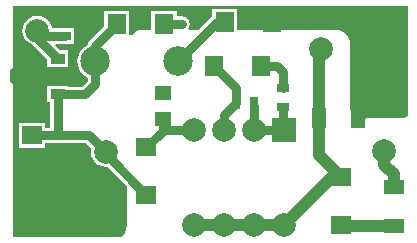
<source format=gtl>
G04 Layer_Physical_Order=1*
G04 Layer_Color=255*
%FSLAX25Y25*%
%MOIN*%
G70*
G01*
G75*
%ADD10R,0.03937X0.03150*%
%ADD11R,0.03150X0.03937*%
%ADD12R,0.05315X0.05118*%
%ADD13R,0.06693X0.06496*%
%ADD14R,0.06496X0.06693*%
%ADD15R,0.06890X0.04724*%
%ADD16R,0.04724X0.06890*%
G04:AMPARAMS|DCode=17|XSize=70.87mil|YSize=125.98mil|CornerRadius=0mil|HoleSize=0mil|Usage=FLASHONLY|Rotation=270.000|XOffset=0mil|YOffset=0mil|HoleType=Round|Shape=Octagon|*
%AMOCTAGOND17*
4,1,8,0.06299,0.01772,0.06299,-0.01772,0.04528,-0.03543,-0.04528,-0.03543,-0.06299,-0.01772,-0.06299,0.01772,-0.04528,0.03543,0.04528,0.03543,0.06299,0.01772,0.0*
%
%ADD17OCTAGOND17*%

%ADD18R,0.05118X0.03543*%
%ADD19R,0.05906X0.03543*%
%ADD20C,0.03937*%
%ADD21C,0.02953*%
%ADD22C,0.07874*%
%ADD23C,0.09843*%
%ADD24R,0.07874X0.07874*%
%ADD25C,0.01969*%
%ADD26C,0.02756*%
G36*
X316579Y159814D02*
X316013Y159379D01*
X315283Y159077D01*
X314697Y159000D01*
X300771D01*
X300086Y159090D01*
X299235Y159443D01*
X298504Y160004D01*
X297943Y160735D01*
X297590Y161586D01*
X297500Y162271D01*
Y183500D01*
Y183828D01*
X297371Y184805D01*
X296867Y186022D01*
X296066Y187066D01*
X295022Y187867D01*
X293805Y188371D01*
X292828Y188500D01*
X259874D01*
Y195346D01*
X251378D01*
Y192894D01*
X251215Y192785D01*
X246929Y188500D01*
X243743D01*
X243476Y189000D01*
X243833Y189534D01*
X244025Y190500D01*
X243833Y191466D01*
X243285Y192285D01*
X242466Y192833D01*
X241500Y193025D01*
X239622D01*
Y194846D01*
X231126D01*
Y188500D01*
X228139D01*
X227064Y188358D01*
X225726Y187804D01*
X224577Y186923D01*
X224374Y186658D01*
X223874Y186827D01*
Y194846D01*
X215378D01*
Y189823D01*
X210656Y185100D01*
X210108Y184281D01*
X209927Y183370D01*
X209135Y182947D01*
X208234Y182207D01*
X207494Y181306D01*
X206944Y180277D01*
X206605Y179161D01*
X206491Y178000D01*
X206605Y176839D01*
X206944Y175723D01*
X207494Y174694D01*
X208234Y173793D01*
X209135Y173053D01*
X209916Y172635D01*
Y171487D01*
X208049Y169619D01*
X203555D01*
Y169866D01*
X196437D01*
Y164323D01*
X197471D01*
Y155899D01*
X195846D01*
Y157622D01*
X187153D01*
Y149126D01*
X195846D01*
Y150849D01*
X209423D01*
X211184Y149088D01*
X211020Y147843D01*
X211190Y146554D01*
X211687Y145353D01*
X212479Y144321D01*
X213510Y143530D01*
X214711Y143033D01*
X216000Y142863D01*
X216612Y142944D01*
X223000Y136555D01*
Y123140D01*
X222858Y122064D01*
X222304Y120726D01*
X221423Y119577D01*
X221219Y119421D01*
X184921D01*
Y196579D01*
X316579D01*
Y159814D01*
D02*
G37*
%LPC*%
G36*
X193126Y193295D02*
X191837Y193125D01*
X190636Y192627D01*
X189605Y191836D01*
X188813Y190805D01*
X188316Y189604D01*
X188146Y188315D01*
X188316Y187026D01*
X188813Y185825D01*
X189605Y184794D01*
X190636Y184002D01*
X191818Y183513D01*
X196437Y178894D01*
Y176134D01*
X203555D01*
Y181677D01*
X200795D01*
X199203Y183270D01*
X199351Y183829D01*
X199531Y183894D01*
X199531Y183894D01*
X199531Y183894D01*
X205469D01*
Y189043D01*
X199531D01*
Y188993D01*
X198016D01*
X197936Y189604D01*
X197439Y190805D01*
X196647Y191836D01*
X195616Y192627D01*
X194415Y193125D01*
X193126Y193295D01*
D02*
G37*
%LPD*%
D10*
X202500Y186469D02*
D03*
Y192532D02*
D03*
X275000Y169032D02*
D03*
Y162969D02*
D03*
D11*
X259469Y164000D02*
D03*
X265531D02*
D03*
D12*
X235000Y158669D02*
D03*
Y167331D02*
D03*
D13*
X229500Y133626D02*
D03*
Y149374D02*
D03*
X191500Y137626D02*
D03*
Y153374D02*
D03*
X294500Y123626D02*
D03*
Y139374D02*
D03*
D14*
X252126Y176500D02*
D03*
X267874D02*
D03*
X219626Y190500D02*
D03*
X235374D02*
D03*
X271374Y191000D02*
D03*
X255626D02*
D03*
D15*
X312000Y123004D02*
D03*
Y135996D02*
D03*
D16*
X299996Y159000D02*
D03*
X287004D02*
D03*
D17*
X190350Y173000D02*
D03*
D18*
X199996Y178905D02*
D03*
Y167095D02*
D03*
D19*
X199602Y173000D02*
D03*
D20*
X308874Y143626D02*
Y148158D01*
Y143626D02*
X312000Y140500D01*
Y135996D02*
Y140500D01*
X295122Y123004D02*
X312000D01*
X287004Y146870D02*
Y159000D01*
Y181394D01*
X301390Y182000D02*
X308874Y174516D01*
Y167842D02*
Y174516D01*
X299996Y159000D02*
X300031D01*
X308874Y167842D01*
X275500Y123504D02*
X292187Y140191D01*
Y141687D01*
X294500Y139374D01*
X245500Y123504D02*
X255500D01*
X265500D01*
X275500D01*
X287004Y146870D02*
X292187Y141687D01*
D21*
X275000Y155500D02*
X275500Y155000D01*
X275000Y155500D02*
Y162969D01*
X265500Y155000D02*
Y163031D01*
Y155000D02*
X275500D01*
X255500D02*
Y160031D01*
X259469Y164000D01*
Y169158D01*
X252126Y176500D02*
X259469Y169158D01*
X193126Y185776D02*
X199996Y178905D01*
X193126Y185776D02*
Y188315D01*
X194973Y186469D02*
X202500D01*
X193126Y188315D02*
X194973Y186469D01*
X240000Y178000D02*
X253000Y191000D01*
X255626D01*
X216000Y147126D02*
X229500Y133626D01*
Y149374D02*
X235000Y154874D01*
X235126Y155000D02*
X245500D01*
X235000Y154874D02*
Y158669D01*
X267874Y176500D02*
X273000D01*
X275000Y174500D01*
Y169032D02*
Y174500D01*
X235374Y190500D02*
X238500D01*
X241500D01*
X210469Y153374D02*
X216000Y147843D01*
X199996Y153378D02*
Y167095D01*
X191500Y153374D02*
X210469D01*
X199996Y167095D02*
X209095D01*
X212441Y170441D01*
Y178000D01*
Y183315D01*
X219626Y190500D01*
D22*
X216000Y147843D02*
D03*
Y128157D02*
D03*
X287610Y182000D02*
D03*
X301390D02*
D03*
X308874Y167842D02*
D03*
Y148158D02*
D03*
X193126Y127685D02*
D03*
Y188315D02*
D03*
X245500Y123504D02*
D03*
X255500D02*
D03*
X265500D02*
D03*
X275500D02*
D03*
X245500Y155000D02*
D03*
X255500D02*
D03*
X265500D02*
D03*
D23*
X212441Y178000D02*
D03*
X240000D02*
D03*
D24*
X275500Y155000D02*
D03*
D25*
X200787Y133858D02*
D03*
Y149606D02*
D03*
X204725Y125984D02*
D03*
X208662Y133858D02*
D03*
X204725Y141732D02*
D03*
X208662Y149606D02*
D03*
X212598Y141732D02*
D03*
Y188977D02*
D03*
X299213Y173228D02*
D03*
X311024Y181103D02*
D03*
X307087Y188977D02*
D03*
X275000Y174500D02*
D03*
X238500Y190500D02*
D03*
X241500D02*
D03*
D26*
X195468Y173000D02*
D03*
X189482D02*
D03*
M02*

</source>
